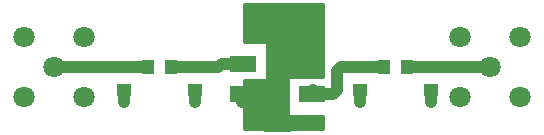
<source format=gbr>
G04 #@! TF.FileFunction,Copper,L1,Top,Signal*
%FSLAX46Y46*%
G04 Gerber Fmt 4.6, Leading zero omitted, Abs format (unit mm)*
G04 Created by KiCad (PCBNEW 4.0.2-stable) date Mon Jul  4 17:55:20 2016*
%MOMM*%
G01*
G04 APERTURE LIST*
%ADD10C,0.100000*%
%ADD11R,1.000000X1.250000*%
%ADD12R,1.250000X1.000000*%
%ADD13C,1.800000*%
%ADD14R,1.400000X6.100000*%
%ADD15R,2.200000X1.400000*%
%ADD16C,0.600000*%
%ADD17C,1.000000*%
%ADD18C,0.254000*%
G04 APERTURE END LIST*
D10*
D11*
X145000000Y-105000000D03*
X143000000Y-105000000D03*
X165000000Y-105000000D03*
X163000000Y-105000000D03*
D12*
X141000000Y-107000000D03*
X141000000Y-105000000D03*
X147000000Y-107000000D03*
X147000000Y-105000000D03*
X161000000Y-107000000D03*
X161000000Y-105000000D03*
X167000000Y-107000000D03*
X167000000Y-105000000D03*
D13*
X135040000Y-105003600D03*
X132500000Y-107543600D03*
X132500000Y-102463600D03*
X137580000Y-102463600D03*
X137580000Y-107543600D03*
X172000000Y-105000000D03*
X174540000Y-102460000D03*
X174540000Y-107540000D03*
X169460000Y-107540000D03*
X169460000Y-102460000D03*
D14*
X154000000Y-106000000D03*
D15*
X151090000Y-104730000D03*
X151090000Y-107270000D03*
X156910000Y-107270000D03*
X156910000Y-104730000D03*
D16*
X152000000Y-102000000D03*
X157000000Y-102000000D03*
X155090000Y-104090000D03*
X155000000Y-110000000D03*
X153000000Y-110000000D03*
X153000000Y-108000000D03*
X141000000Y-108000000D03*
X147000000Y-108000000D03*
X151000000Y-108000000D03*
X156910000Y-104090000D03*
X161000000Y-108000000D03*
X167000000Y-108000000D03*
D17*
X145000000Y-105000000D02*
X147000000Y-105000000D01*
X151090000Y-104730000D02*
X149270000Y-104730000D01*
X149270000Y-104730000D02*
X149000000Y-105000000D01*
X147000000Y-105000000D02*
X149000000Y-105000000D01*
X143000000Y-105000000D02*
X141000000Y-105000000D01*
X135040000Y-105003600D02*
X140996400Y-105003600D01*
X140996400Y-105003600D02*
X141000000Y-105000000D01*
X167000000Y-105000000D02*
X172000000Y-105000000D01*
X165000000Y-105000000D02*
X167000000Y-105000000D01*
X161000000Y-105000000D02*
X163000000Y-105000000D01*
X159000000Y-105375000D02*
X159000000Y-107000000D01*
X161000000Y-105000000D02*
X159375000Y-105000000D01*
X159375000Y-105000000D02*
X159000000Y-105375000D01*
X158730000Y-107270000D02*
X159000000Y-107000000D01*
X156910000Y-107270000D02*
X158730000Y-107270000D01*
X156910000Y-107270000D02*
X156910000Y-107090000D01*
X156910000Y-107090000D02*
X157000000Y-107000000D01*
X157000000Y-102000000D02*
X152000000Y-102000000D01*
X155090000Y-104090000D02*
X155090000Y-103910000D01*
X155090000Y-103910000D02*
X157000000Y-102000000D01*
X156910000Y-104090000D02*
X155090000Y-104090000D01*
X153000000Y-110000000D02*
X155000000Y-110000000D01*
X153000000Y-108000000D02*
X153000000Y-110000000D01*
X151000000Y-108000000D02*
X153000000Y-108000000D01*
X141000000Y-107000000D02*
X141000000Y-108000000D01*
X147000000Y-107000000D02*
X147000000Y-108000000D01*
X151090000Y-107270000D02*
X151090000Y-107910000D01*
X151090000Y-107910000D02*
X151000000Y-108000000D01*
X156910000Y-104730000D02*
X156910000Y-104090000D01*
X161000000Y-107000000D02*
X161000000Y-108000000D01*
X167000000Y-107000000D02*
X167000000Y-108000000D01*
D18*
G36*
X157873000Y-105334781D02*
X157865000Y-105375000D01*
X157865000Y-105873000D01*
X157040218Y-105873000D01*
X157000000Y-105865000D01*
X156959782Y-105873000D01*
X155000000Y-105873000D01*
X154950590Y-105883006D01*
X154908965Y-105911447D01*
X154881685Y-105953841D01*
X154873000Y-106000000D01*
X154873000Y-109000000D01*
X154883006Y-109049410D01*
X154911447Y-109091035D01*
X154953841Y-109118315D01*
X155000000Y-109127000D01*
X157873000Y-109127000D01*
X157873000Y-110290000D01*
X151127000Y-110290000D01*
X151127000Y-106127000D01*
X153000000Y-106127000D01*
X153049410Y-106116994D01*
X153091035Y-106088553D01*
X153118315Y-106046159D01*
X153127000Y-106000000D01*
X153127000Y-103000000D01*
X153116994Y-102950590D01*
X153088553Y-102908965D01*
X153046159Y-102881685D01*
X153000000Y-102873000D01*
X151127000Y-102873000D01*
X151127000Y-99710000D01*
X157873000Y-99710000D01*
X157873000Y-105334781D01*
X157873000Y-105334781D01*
G37*
X157873000Y-105334781D02*
X157865000Y-105375000D01*
X157865000Y-105873000D01*
X157040218Y-105873000D01*
X157000000Y-105865000D01*
X156959782Y-105873000D01*
X155000000Y-105873000D01*
X154950590Y-105883006D01*
X154908965Y-105911447D01*
X154881685Y-105953841D01*
X154873000Y-106000000D01*
X154873000Y-109000000D01*
X154883006Y-109049410D01*
X154911447Y-109091035D01*
X154953841Y-109118315D01*
X155000000Y-109127000D01*
X157873000Y-109127000D01*
X157873000Y-110290000D01*
X151127000Y-110290000D01*
X151127000Y-106127000D01*
X153000000Y-106127000D01*
X153049410Y-106116994D01*
X153091035Y-106088553D01*
X153118315Y-106046159D01*
X153127000Y-106000000D01*
X153127000Y-103000000D01*
X153116994Y-102950590D01*
X153088553Y-102908965D01*
X153046159Y-102881685D01*
X153000000Y-102873000D01*
X151127000Y-102873000D01*
X151127000Y-99710000D01*
X157873000Y-99710000D01*
X157873000Y-105334781D01*
M02*

</source>
